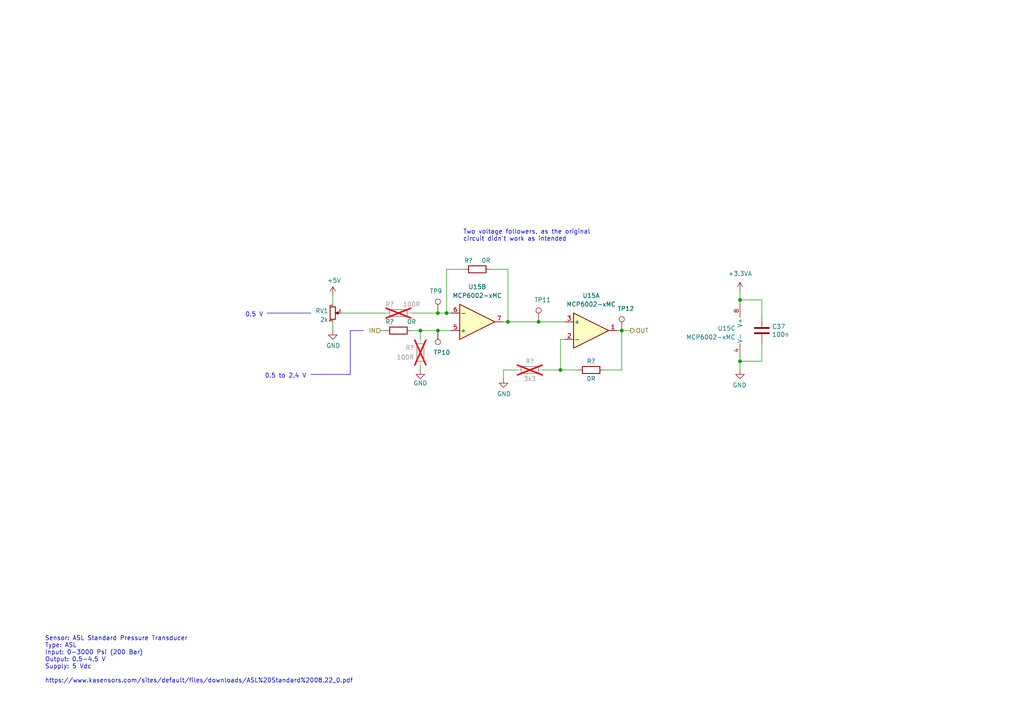
<source format=kicad_sch>
(kicad_sch (version 20230121) (generator eeschema)
  (paper "A4")
  (title_block (title "Brake pressure") (date "2023-03-11") (rev "${REVISION}") (company "Author: Szymon Kostrubiec") (comment 1 "Reviewer:"))
  (lib_symbols
    (symbol "Amplifier_Operational:MCP6002-xMC" (pin_names (offset 0.127))
      (property "Reference" "U" (at 0 5.08 0))
      (property "Value" "MCP6002-xMC" (at 0 -5.08 0))
      (symbol "MCP6002-xMC_1_1"
        (polyline (pts (xy -5.08 5.08) (xy 5.08 0) (xy -5.08 -5.08) (xy -5.08 5.08)) (stroke (width 0.254)) (fill (type background)))
        (pin output line (at 7.62 0 180) (length 2.54) (name "~") (number "1"))
        (pin input line (at -7.62 -2.54 0) (length 2.54) (name "-") (number "2"))
        (pin input line (at -7.62 2.54 0) (length 2.54) (name "+") (number "3"))
      )
      (symbol "MCP6002-xMC_2_1"
        (polyline (pts (xy -5.08 5.08) (xy 5.08 0) (xy -5.08 -5.08) (xy -5.08 5.08)) (stroke (width 0.254)) (fill (type background)))
        (pin input line (at -7.62 2.54 0) (length 2.54) (name "+") (number "5"))
        (pin input line (at -7.62 -2.54 0) (length 2.54) (name "-") (number "6"))
        (pin output line (at 7.62 0 180) (length 2.54) (name "~") (number "7"))
      )
      (symbol "MCP6002-xMC_3_1"
        (pin power_in line (at -2.54 -7.62 90) (length 3.81) (name "V-") (number "4"))
        (pin power_in line (at -2.54 7.62 270) (length 3.81) (name "V+") (number "8"))
        (pin passive line (at -2.54 -7.62 90) (length 3.81) hide (name "V-") (number "9"))
      )
    )
    (symbol "Connector:TestPoint" (pin_numbers hide) (pin_names (offset 0.762) hide)
      (property "Reference" "TP" (at 0 6.858 0))
      (property "Value" "TestPoint" (at 0 5.08 0))
      (symbol "TestPoint_0_1"
        (circle (center 0 3.302) (radius 0.762))
      )
      (symbol "TestPoint_1_1"
        (pin passive line (at 0 0 90) (length 2.54) (name "1") (number "1"))
      )
    )
    (symbol "Device:C" (pin_numbers hide) (pin_names (offset 0.254))
      (property "Reference" "C" (at 0.635 2.54 0))
      (property "Value" "C" (at 0.635 -2.54 0))
      (symbol "C_0_1"
        (polyline (pts (xy -2.032 -0.762) (xy 2.032 -0.762)) (stroke (width 0.508)))
        (polyline (pts (xy -2.032 0.762) (xy 2.032 0.762)) (stroke (width 0.508)))
      )
      (symbol "C_1_1"
        (pin passive line (at 0 3.81 270) (length 2.794) (name "~") (number "1"))
        (pin passive line (at 0 -3.81 90) (length 2.794) (name "~") (number "2"))
      )
    )
    (symbol "Device:R" (pin_numbers hide) (pin_names (offset 0))
      (property "Reference" "R" (at 2.032 0 90))
      (property "Value" "R" (at 0 0 90))
      (symbol "R_0_1"
        (rectangle (start -1.016 -2.54) (end 1.016 2.54) (stroke (width 0.254)))
      )
      (symbol "R_1_1"
        (pin passive line (at 0 3.81 270) (length 1.27) (name "~") (number "1"))
        (pin passive line (at 0 -3.81 90) (length 1.27) (name "~") (number "2"))
      )
    )
    (symbol "Device:R_Potentiometer_Small" (pin_names (offset 1.016) hide)
      (property "Reference" "RV" (at -4.445 0 90))
      (property "Value" "R_Potentiometer_Small" (at -2.54 0 90))
      (symbol "R_Potentiometer_Small_0_1"
        (polyline (pts (xy 0.889 0) (xy 0.635 0) (xy 1.651 0.381) (xy 1.651 -0.381) (xy 0.635 0) (xy 0.889 0)) (fill (type outline)))
        (rectangle (start 0.762 1.8034) (end -0.762 -1.8034) (stroke (width 0.254)))
      )
      (symbol "R_Potentiometer_Small_1_1"
        (pin passive line (at 0 2.54 270) (length 0.635) (name "1") (number "1"))
        (pin passive line (at 2.54 0 180) (length 0.9906) (name "2") (number "2"))
        (pin passive line (at 0 -2.54 90) (length 0.635) (name "3") (number "3"))
      )
    )
    (symbol "power:+3.3VA" (power) (pin_names (offset 0))
      (property "Value" "+3.3VA" (at 0 3.556 0))
      (symbol "+3.3VA_0_1"
        (polyline (pts (xy -0.762 1.27) (xy 0 2.54)))
        (polyline (pts (xy 0 0) (xy 0 2.54)))
        (polyline (pts (xy 0 2.54) (xy 0.762 1.27)))
      )
      (symbol "+3.3VA_1_1"
        (pin power_in line (at 0 0 90) (length 0) hide (name "+3.3VA") (number "1"))
      )
    )
    (symbol "power:+5V" (power) (pin_names (offset 0))
      (property "Value" "+5V" (at 0 3.556 0))
      (symbol "+5V_0_1"
        (polyline (pts (xy -0.762 1.27) (xy 0 2.54)))
        (polyline (pts (xy 0 0) (xy 0 2.54)))
        (polyline (pts (xy 0 2.54) (xy 0.762 1.27)))
      )
      (symbol "+5V_1_1"
        (pin power_in line (at 0 0 90) (length 0) hide (name "+5V") (number "1"))
      )
    )
    (symbol "power:GND" (power) (pin_names (offset 0))
      (property "Value" "GND" (at 0 -3.81 0))
      (symbol "GND_0_1"
        (polyline (pts (xy 0 0) (xy 0 -1.27) (xy 1.27 -1.27) (xy 0 -2.54) (xy -1.27 -1.27) (xy 0 -1.27)))
      )
      (symbol "GND_1_1"
        (pin power_in line (at 0 0 270) (length 0) hide (name "GND") (number "1"))
      )
    )
  )
  (junction (at 180.34 95.885))
  (junction (at 156.21 93.345))
  (junction (at 214.63 86.995))
  (junction (at 127 95.885))
  (junction (at 162.56 107.315))
  (junction (at 129.54 90.805))
  (junction (at 121.92 95.885))
  (junction (at 214.63 104.775))
  (junction (at 147.32 93.345))
  (junction (at 127 90.805))
  (polyline (pts (xy 101.6 95.885) (xy 101.6 108.585)))
  (wire (pts (xy 119.38 95.885) (xy 121.92 95.885)))
  (wire (pts (xy 214.63 107.315) (xy 214.63 104.775)))
  (wire (pts (xy 162.56 98.425) (xy 162.56 107.315)))
  (wire (pts (xy 121.92 106.045) (xy 121.92 107.315)))
  (wire (pts (xy 111.76 95.885) (xy 110.49 95.885)))
  (wire (pts (xy 134.62 78.105) (xy 129.54 78.105)))
  (wire (pts (xy 147.32 78.105) (xy 142.24 78.105)))
  (wire (pts (xy 127 95.885) (xy 121.92 95.885)))
  (wire (pts (xy 147.32 78.105) (xy 147.32 93.345)))
  (polyline (pts (xy 105.41 95.885) (xy 101.6 95.885)))
  (wire (pts (xy 175.26 107.315) (xy 180.34 107.315)))
  (wire (pts (xy 147.32 93.345) (xy 146.05 93.345)))
  (wire (pts (xy 214.63 86.995) (xy 214.63 88.265)))
  (wire (pts (xy 119.38 90.805) (xy 127 90.805)))
  (wire (pts (xy 179.07 95.885) (xy 180.34 95.885)))
  (wire (pts (xy 214.63 84.455) (xy 214.63 86.995)))
  (wire (pts (xy 121.92 98.425) (xy 121.92 95.885)))
  (wire (pts (xy 180.34 95.885) (xy 180.34 107.315)))
  (wire (pts (xy 162.56 107.315) (xy 167.64 107.315)))
  (polyline (pts (xy 77.47 90.805) (xy 90.17 90.805)))
  (wire (pts (xy 127 90.805) (xy 129.54 90.805)))
  (wire (pts (xy 146.05 109.855) (xy 146.05 107.315)))
  (wire (pts (xy 214.63 104.775) (xy 214.63 103.505)))
  (wire (pts (xy 129.54 78.105) (xy 129.54 90.805)))
  (wire (pts (xy 157.48 107.315) (xy 162.56 107.315)))
  (wire (pts (xy 96.52 85.725) (xy 96.52 88.265)))
  (wire (pts (xy 146.05 107.315) (xy 149.86 107.315)))
  (wire (pts (xy 220.98 99.695) (xy 220.98 104.775)))
  (wire (pts (xy 214.63 104.775) (xy 220.98 104.775)))
  (wire (pts (xy 220.98 86.995) (xy 214.63 86.995)))
  (wire (pts (xy 127 95.885) (xy 130.81 95.885)))
  (wire (pts (xy 99.06 90.805) (xy 111.76 90.805)))
  (wire (pts (xy 129.54 90.805) (xy 130.81 90.805)))
  (wire (pts (xy 147.32 93.345) (xy 156.21 93.345)))
  (wire (pts (xy 220.98 92.075) (xy 220.98 86.995)))
  (wire (pts (xy 96.52 93.345) (xy 96.52 95.885)))
  (wire (pts (xy 162.56 98.425) (xy 163.83 98.425)))
  (polyline (pts (xy 90.17 108.585) (xy 101.6 108.585)))
  (wire (pts (xy 180.34 95.885) (xy 182.88 95.885)))
  (wire (pts (xy 156.21 93.345) (xy 163.83 93.345)))
  (text_box "Sensor: ASL Standard Pressure Transducer\nType: ASL\nInput: 0-3000 Psi (200 Bar)\nOutput: 0.5-4.5 V\nSupply: 5 Vdc\n\nhttps://www.kasensors.com/sites/default/files/downloads/ASL%20Standard%2008.22_0.pdf" (at 12.065 184.15 0) (size 91.44 13.97) (stroke (width -0.0001)) (effects (font (size 1.27 1.27)) (justify left)))
  (text_box "Two voltage followers, as the original circuit didn't work as intended" (at 133.35 65.405 0) (size 40.64 6.35) (stroke (width -0.0001)) (effects (font (size 1.27 1.27)) (justify left top)))
  (text "0.5 to 2.4 V" (at 88.9 109.855 0) (effects (font (size 1.27 1.27)) (justify right bottom)))
  (text "0.5 V" (at 71.12 92.075 0) (effects (font (size 1.27 1.27)) (justify left bottom)))
  (hierarchical_label "IN" (shape input) (at 110.49 95.885 180))
  (hierarchical_label "OUT" (shape output) (at 182.88 95.885 0))
  (symbol (lib_id "power:GND") (at 146.05 109.855 0) (unit 1)
    (property "Reference" "#PWR?" (effects hide))
    (property "Value" "GND" (at 146.177 114.2492 0))
    (instances (project "karta_pomiarowa_v2" (path "" (reference "#PWR?") (unit 1)) (path "" (reference "#PWR?") (unit 1))) (project "PUTM_EV_Frontbox_2023" (path "" (reference "#PWR0117") (unit 1)) (path "" (reference "#PWR0134") (unit 1))) (project "apps" (path "" (reference "#PWR?") (unit 1)) (path "" (reference "#PWR?") (unit 1)) (path "" (reference "#PWR?") (unit 1)) (path "" (reference "#PWR?") (unit 1)) (path "" (reference "#PWR?") (unit 1))))
  )
  (symbol (lib_id "Connector:TestPoint") (at 156.21 93.345 0) (unit 1)
    (property "Reference" "TP11" (at 154.94 86.995 0) (effects (justify left)))
    (property "Value" "BR_MID" (effects hide))
    (property "Footprint" "TestPoint:TestPoint_Pad_D1.0mm" (effects hide))
    (instances (project "PUTM_EV_Frontbox_2023" (path "" (reference "TP11") (unit 1)) (path "" (reference "TP19") (unit 1))) (project "apps" (path "" (reference "TP?") (unit 1)) (path "" (reference "TP?") (unit 1)) (path "" (reference "TP?") (unit 1)) (path "" (reference "TP?") (unit 1)) (path "" (reference "TP?") (unit 1)) (path "" (reference "TP?") (unit 1))))
  )
  (symbol (lib_id "Device:R") (at 121.92 102.235 180) (unit 1) (dnp yes)
    (property "Reference" "R?" (at 120.142 100.8634 0) (effects (justify left)))
    (property "Value" "100R" (at 120.142 103.632 0) (effects (justify left)))
    (property "Footprint" "Resistor_SMD:R_0603_1608Metric_Pad0.98x0.95mm_HandSolder" (effects hide))
    (instances (project "karta_pomiarowa_v2" (path "" (reference "R?") (unit 1)) (path "" (reference "R?") (unit 1))) (project "PUTM_EV_Frontbox_2023" (path "" (reference "R44") (unit 1)) (path "" (reference "R57") (unit 1))) (project "apps" (path "" (reference "R?") (unit 1)) (path "" (reference "R?") (unit 1)) (path "" (reference "R?") (unit 1)) (path "" (reference "R?") (unit 1)) (path "" (reference "R?") (unit 1))))
  )
  (symbol (lib_id "power:GND") (at 96.52 95.885 0) (unit 1)
    (property "Reference" "#PWR?" (effects hide))
    (property "Value" "GND" (at 96.647 100.2792 0))
    (instances (project "karta_pomiarowa_v2" (path "" (reference "#PWR?") (unit 1)) (path "" (reference "#PWR?") (unit 1))) (project "PUTM_EV_Frontbox_2023" (path "" (reference "#PWR0115") (unit 1)) (path "" (reference "#PWR0132") (unit 1))) (project "apps" (path "" (reference "#PWR?") (unit 1)) (path "" (reference "#PWR?") (unit 1)) (path "" (reference "#PWR?") (unit 1)) (path "" (reference "#PWR?") (unit 1)) (path "" (reference "#PWR?") (unit 1))))
  )
  (symbol (lib_id "Device:R") (at 115.57 90.805 270) (unit 1) (dnp yes)
    (property "Reference" "R?" (at 113.03 88.265 90))
    (property "Value" "100R" (at 119.38 88.265 90))
    (property "Footprint" "Resistor_SMD:R_0603_1608Metric_Pad0.98x0.95mm_HandSolder" (effects hide))
    (instances (project "karta_pomiarowa_v2" (path "" (reference "R?") (unit 1)) (path "" (reference "R?") (unit 1))) (project "PUTM_EV_Frontbox_2023" (path "" (reference "R42") (unit 1)) (path "" (reference "R55") (unit 1))) (project "apps" (path "" (reference "R?") (unit 1)) (path "" (reference "R?") (unit 1)) (path "" (reference "R?") (unit 1)) (path "" (reference "R?") (unit 1)) (path "" (reference "R?") (unit 1))))
  )
  (symbol (lib_id "Connector:TestPoint") (at 127 90.805 0) (mirror y) (unit 1)
    (property "Reference" "TP9" (at 128.27 84.455 0) (effects (justify left)))
    (property "Value" "BR_N" (effects hide))
    (property "Footprint" "TestPoint:TestPoint_Pad_D1.0mm" (effects hide))
    (instances (project "PUTM_EV_Frontbox_2023" (path "" (reference "TP9") (unit 1)) (path "" (reference "TP17") (unit 1))) (project "apps" (path "" (reference "TP?") (unit 1)) (path "" (reference "TP?") (unit 1)) (path "" (reference "TP?") (unit 1)) (path "" (reference "TP?") (unit 1)) (path "" (reference "TP?") (unit 1)) (path "" (reference "TP?") (unit 1))))
  )
  (symbol (lib_id "Device:R") (at 115.57 95.885 270) (mirror x) (unit 1)
    (property "Reference" "R?" (at 113.03 93.345 90))
    (property "Value" "0R" (at 119.38 93.345 90))
    (property "Footprint" "Resistor_SMD:R_0603_1608Metric_Pad0.98x0.95mm_HandSolder" (effects hide))
    (instances (project "karta_pomiarowa_v2" (path "" (reference "R?") (unit 1)) (path "" (reference "R?") (unit 1))) (project "PUTM_EV_Frontbox_2023" (path "" (reference "R43") (unit 1)) (path "" (reference "R56") (unit 1))) (project "apps" (path "" (reference "R?") (unit 1)) (path "" (reference "R?") (unit 1)) (path "" (reference "R?") (unit 1)) (path "" (reference "R?") (unit 1)) (path "" (reference "R?") (unit 1))))
  )
  (symbol (lib_id "Amplifier_Operational:MCP6002-xMC") (at 171.45 95.885 0) (unit 1)
    (property "Reference" "U15" (at 171.45 85.725 0))
    (property "Value" "MCP6002-xMC" (at 171.45 88.265 0))
    (property "Footprint" "Package_DFN_QFN:DFN-8-1EP_3x2mm_P0.5mm_EP1.7x1.4mm" (effects hide))
    (property "Datasheet" "https://www.tme.eu/Document/c98656c49a036767b89c9bb93e3dda4a/mcp6001_2_4.pdf" (effects hide))
    (instances (project "PUTM_EV_Frontbox_2023" (path "" (reference "U15") (unit 1)) (path "" (reference "U18") (unit 1))) (project "apps" (path "" (reference "U?") (unit 1)) (path "" (reference "U?") (unit 1)) (path "" (reference "U?") (unit 1)) (path "" (reference "U?") (unit 1)) (path "" (reference "U?") (unit 1))))
  )
  (symbol (lib_id "power:GND") (at 214.63 107.315 0) (mirror y) (unit 1)
    (property "Reference" "#PWR?" (effects hide))
    (property "Value" "GND" (at 214.503 111.7092 0))
    (instances (project "karta_pomiarowa_v2" (path "" (reference "#PWR?") (unit 1)) (path "" (reference "#PWR?") (unit 1))) (project "PUTM_EV_Frontbox_2023" (path "" (reference "#PWR0119") (unit 1)) (path "" (reference "#PWR0136") (unit 1))) (project "apps" (path "" (reference "#PWR?") (unit 1)) (path "" (reference "#PWR?") (unit 1)) (path "" (reference "#PWR?") (unit 1)) (path "" (reference "#PWR?") (unit 1)) (path "" (reference "#PWR?") (unit 1))))
  )
  (symbol (lib_id "Connector:TestPoint") (at 127 95.885 0) (mirror x) (unit 1)
    (property "Reference" "TP10" (at 125.73 102.235 0) (effects (justify left)))
    (property "Value" "BR_P" (effects hide))
    (property "Footprint" "TestPoint:TestPoint_Pad_D1.0mm" (effects hide))
    (instances (project "PUTM_EV_Frontbox_2023" (path "" (reference "TP10") (unit 1)) (path "" (reference "TP18") (unit 1))) (project "apps" (path "" (reference "TP?") (unit 1)) (path "" (reference "TP?") (unit 1)) (path "" (reference "TP?") (unit 1)) (path "" (reference "TP?") (unit 1)) (path "" (reference "TP?") (unit 1)) (path "" (reference "TP?") (unit 1))))
  )
  (symbol (lib_id "power:GND") (at 121.92 107.315 0) (mirror y) (unit 1)
    (property "Reference" "#PWR?" (effects hide))
    (property "Value" "GND" (at 121.92 111.125 0))
    (instances (project "karta_pomiarowa_v2" (path "" (reference "#PWR?") (unit 1)) (path "" (reference "#PWR?") (unit 1))) (project "PUTM_EV_Frontbox_2023" (path "" (reference "#PWR0116") (unit 1)) (path "" (reference "#PWR0133") (unit 1))) (project "apps" (path "" (reference "#PWR?") (unit 1)) (path "" (reference "#PWR?") (unit 1)) (path "" (reference "#PWR?") (unit 1)) (path "" (reference "#PWR?") (unit 1)) (path "" (reference "#PWR?") (unit 1))))
  )
  (symbol (lib_id "Amplifier_Operational:MCP6002-xMC") (at 212.09 95.885 0) (mirror y) (unit 3)
    (property "Reference" "U15" (at 213.36 95.25 0) (effects (justify left)))
    (property "Value" "MCP6002-xMC" (at 213.36 97.79 0) (effects (justify left)))
    (property "Footprint" "Package_DFN_QFN:DFN-8-1EP_3x2mm_P0.5mm_EP1.7x1.4mm" (effects hide))
    (property "Datasheet" "https://www.tme.eu/Document/c98656c49a036767b89c9bb93e3dda4a/mcp6001_2_4.pdf" (effects hide))
    (instances (project "PUTM_EV_Frontbox_2023" (path "" (reference "U15") (unit 3)) (path "" (reference "U18") (unit 3))) (project "apps" (path "" (reference "U?") (unit 3)) (path "" (reference "U?") (unit 3)) (path "" (reference "U?") (unit 3)) (path "" (reference "U?") (unit 3)) (path "" (reference "U?") (unit 3))))
  )
  (symbol (lib_id "power:+3.3VA") (at 214.63 84.455 0) (unit 1)
    (property "Reference" "#PWR0118" (effects hide))
    (property "Value" "+3.3VA" (at 214.63 79.375 0))
    (instances (project "PUTM_EV_Frontbox_2023" (path "" (reference "#PWR0118") (unit 1)) (path "" (reference "#PWR0135") (unit 1))))
  )
  (symbol (lib_id "Amplifier_Operational:MCP6002-xMC") (at 138.43 93.345 0) (mirror x) (unit 2)
    (property "Reference" "U15" (at 138.43 83.185 0))
    (property "Value" "MCP6002-xMC" (at 138.43 85.725 0))
    (property "Footprint" "Package_DFN_QFN:DFN-8-1EP_3x2mm_P0.5mm_EP1.7x1.4mm" (effects hide))
    (property "Datasheet" "https://www.tme.eu/Document/c98656c49a036767b89c9bb93e3dda4a/mcp6001_2_4.pdf" (effects hide))
    (instances (project "PUTM_EV_Frontbox_2023" (path "" (reference "U15") (unit 2)) (path "" (reference "U18") (unit 2))) (project "apps" (path "" (reference "U?") (unit 2)) (path "" (reference "U?") (unit 2)) (path "" (reference "U?") (unit 2)) (path "" (reference "U?") (unit 2)) (path "" (reference "U?") (unit 2))))
  )
  (symbol (lib_id "Device:C") (at 220.98 95.885 0) (unit 1)
    (property "Reference" "C37" (at 223.901 94.7166 0) (effects (justify left)))
    (property "Value" "100n" (at 223.901 97.028 0) (effects (justify left)))
    (property "Footprint" "Capacitor_SMD:C_0603_1608Metric_Pad1.08x0.95mm_HandSolder" (effects hide))
    (instances (project "PUTM_EV_Frontbox_2023" (path "" (reference "C37") (unit 1)) (path "" (reference "C42") (unit 1))) (project "apps" (path "" (reference "C?") (unit 1)) (path "" (reference "C?") (unit 1)) (path "" (reference "C?") (unit 1)) (path "" (reference "C?") (unit 1)) (path "" (reference "C?") (unit 1)) (path "" (reference "C?") (unit 1))))
  )
  (symbol (lib_id "Device:R") (at 171.45 107.315 270) (unit 1)
    (property "Reference" "R?" (at 171.45 104.775 90))
    (property "Value" "0R" (at 171.45 109.855 90))
    (property "Footprint" "Resistor_SMD:R_0603_1608Metric_Pad0.98x0.95mm_HandSolder" (effects hide))
    (instances (project "karta_pomiarowa_v2" (path "" (reference "R?") (unit 1)) (path "" (reference "R?") (unit 1))) (project "PUTM_EV_Frontbox_2023" (path "" (reference "R47") (unit 1)) (path "" (reference "R60") (unit 1))) (project "apps" (path "" (reference "R?") (unit 1)) (path "" (reference "R?") (unit 1)) (path "" (reference "R?") (unit 1)) (path "" (reference "R?") (unit 1)) (path "" (reference "R?") (unit 1))))
  )
  (symbol (lib_id "power:+5V") (at 96.52 85.725 0) (unit 1)
    (property "Reference" "#PWR?" (effects hide))
    (property "Value" "+5V" (at 96.901 81.3308 0))
    (instances (project "karta_pomiarowa_v2" (path "" (reference "#PWR?") (unit 1)) (path "" (reference "#PWR?") (unit 1))) (project "PUTM_EV_Frontbox_2023" (path "" (reference "#PWR0114") (unit 1)) (path "" (reference "#PWR0131") (unit 1))) (project "apps" (path "" (reference "#PWR?") (unit 1)) (path "" (reference "#PWR?") (unit 1)) (path "" (reference "#PWR?") (unit 1)) (path "" (reference "#PWR?") (unit 1)) (path "" (reference "#PWR?") (unit 1))))
  )
  (symbol (lib_id "Device:R") (at 138.43 78.105 270) (unit 1)
    (property "Reference" "R?" (at 135.89 75.565 90))
    (property "Value" "0R" (at 140.97 75.565 90))
    (property "Footprint" "Resistor_SMD:R_0603_1608Metric_Pad0.98x0.95mm_HandSolder" (effects hide))
    (instances (project "karta_pomiarowa_v2" (path "" (reference "R?") (unit 1)) (path "" (reference "R?") (unit 1))) (project "PUTM_EV_Frontbox_2023" (path "" (reference "R45") (unit 1)) (path "" (reference "R58") (unit 1))) (project "apps" (path "" (reference "R?") (unit 1)) (path "" (reference "R?") (unit 1)) (path "" (reference "R?") (unit 1)) (path "" (reference "R?") (unit 1)) (path "" (reference "R?") (unit 1))))
  )
  (symbol (lib_id "Device:R") (at 153.67 107.315 270) (unit 1) (dnp yes)
    (property "Reference" "R?" (at 153.67 104.775 90))
    (property "Value" "3k3" (at 153.67 109.855 90))
    (property "Footprint" "Resistor_SMD:R_0603_1608Metric_Pad0.98x0.95mm_HandSolder" (effects hide))
    (instances (project "karta_pomiarowa_v2" (path "" (reference "R?") (unit 1)) (path "" (reference "R?") (unit 1))) (project "PUTM_EV_Frontbox_2023" (path "" (reference "R46") (unit 1)) (path "" (reference "R59") (unit 1))) (project "apps" (path "" (reference "R?") (unit 1)) (path "" (reference "R?") (unit 1)) (path "" (reference "R?") (unit 1)) (path "" (reference "R?") (unit 1)) (path "" (reference "R?") (unit 1))))
  )
  (symbol (lib_id "Device:R_Potentiometer_Small") (at 96.52 90.805 0) (unit 1)
    (property "Reference" "RV1" (at 95.25 90.17 0) (effects (justify right)))
    (property "Value" "2k" (at 95.25 92.71 0) (effects (justify right)))
    (property "Footprint" "Potentiometer_SMD:Potentiometer_Bourns_3214J_Horizontal" (effects hide))
    (instances (project "PUTM_EV_Frontbox_2023" (path "" (reference "RV1") (unit 1)) (path "" (reference "RV2") (unit 1))) (project "apps" (path "" (reference "RV?") (unit 1)) (path "" (reference "RV?") (unit 1)) (path "" (reference "RV?") (unit 1)) (path "" (reference "RV?") (unit 1)) (path "" (reference "RV?") (unit 1)) (path "" (reference "RV?") (unit 1))))
  )
  (symbol (lib_id "Connector:TestPoint") (at 180.34 95.885 0) (unit 1)
    (property "Reference" "TP12" (at 179.07 89.535 0) (effects (justify left)))
    (property "Value" "BR_OUT" (effects hide))
    (property "Footprint" "TestPoint:TestPoint_Pad_D1.0mm" (effects hide))
    (instances (project "PUTM_EV_Frontbox_2023" (path "" (reference "TP12") (unit 1)) (path "" (reference "TP20") (unit 1))) (project "apps" (path "" (reference "TP?") (unit 1)) (path "" (reference "TP?") (unit 1)) (path "" (reference "TP?") (unit 1)) (path "" (reference "TP?") (unit 1)) (path "" (reference "TP?") (unit 1)) (path "" (reference "TP?") (unit 1))))
  )
)
</source>
